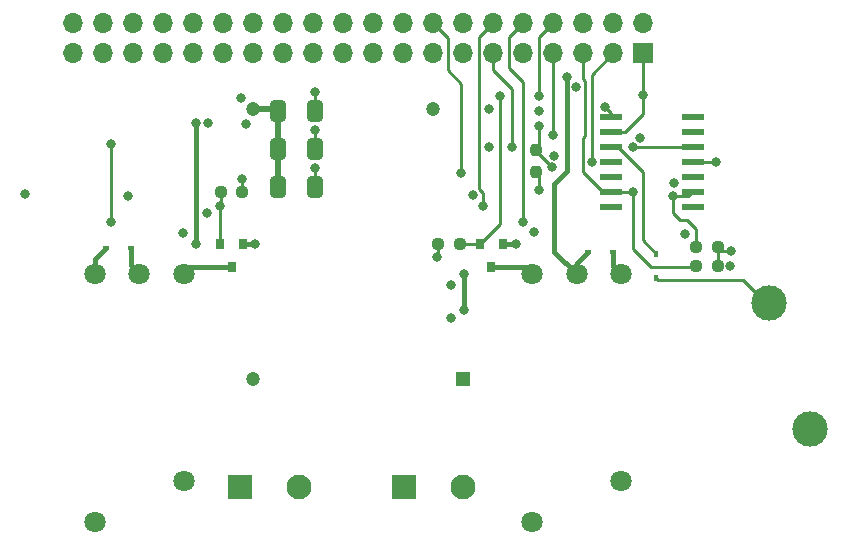
<source format=gbl>
%TF.GenerationSoftware,KiCad,Pcbnew,(6.0.8)*%
%TF.CreationDate,2023-02-20T09:44:42-06:00*%
%TF.ProjectId,PumpTimerV2,50756d70-5469-46d6-9572-56322e6b6963,rev?*%
%TF.SameCoordinates,Original*%
%TF.FileFunction,Copper,L4,Bot*%
%TF.FilePolarity,Positive*%
%FSLAX46Y46*%
G04 Gerber Fmt 4.6, Leading zero omitted, Abs format (unit mm)*
G04 Created by KiCad (PCBNEW (6.0.8)) date 2023-02-20 09:44:42*
%MOMM*%
%LPD*%
G01*
G04 APERTURE LIST*
G04 Aperture macros list*
%AMRoundRect*
0 Rectangle with rounded corners*
0 $1 Rounding radius*
0 $2 $3 $4 $5 $6 $7 $8 $9 X,Y pos of 4 corners*
0 Add a 4 corners polygon primitive as box body*
4,1,4,$2,$3,$4,$5,$6,$7,$8,$9,$2,$3,0*
0 Add four circle primitives for the rounded corners*
1,1,$1+$1,$2,$3*
1,1,$1+$1,$4,$5*
1,1,$1+$1,$6,$7*
1,1,$1+$1,$8,$9*
0 Add four rect primitives between the rounded corners*
20,1,$1+$1,$2,$3,$4,$5,0*
20,1,$1+$1,$4,$5,$6,$7,0*
20,1,$1+$1,$6,$7,$8,$9,0*
20,1,$1+$1,$8,$9,$2,$3,0*%
G04 Aperture macros list end*
%TA.AperFunction,ComponentPad*%
%ADD10C,1.800000*%
%TD*%
%TA.AperFunction,ComponentPad*%
%ADD11C,2.100000*%
%TD*%
%TA.AperFunction,ComponentPad*%
%ADD12R,2.100000X2.100000*%
%TD*%
%TA.AperFunction,ComponentPad*%
%ADD13R,1.200000X1.200000*%
%TD*%
%TA.AperFunction,ComponentPad*%
%ADD14C,1.200000*%
%TD*%
%TA.AperFunction,ComponentPad*%
%ADD15C,3.000000*%
%TD*%
%TA.AperFunction,SMDPad,CuDef*%
%ADD16R,0.600000X0.450000*%
%TD*%
%TA.AperFunction,SMDPad,CuDef*%
%ADD17R,0.800000X0.900000*%
%TD*%
%TA.AperFunction,SMDPad,CuDef*%
%ADD18RoundRect,0.237500X-0.250000X-0.237500X0.250000X-0.237500X0.250000X0.237500X-0.250000X0.237500X0*%
%TD*%
%TA.AperFunction,SMDPad,CuDef*%
%ADD19RoundRect,0.237500X0.250000X0.237500X-0.250000X0.237500X-0.250000X-0.237500X0.250000X-0.237500X0*%
%TD*%
%TA.AperFunction,SMDPad,CuDef*%
%ADD20R,1.970000X0.610000*%
%TD*%
%TA.AperFunction,ComponentPad*%
%ADD21R,1.700000X1.700000*%
%TD*%
%TA.AperFunction,ComponentPad*%
%ADD22O,1.700000X1.700000*%
%TD*%
%TA.AperFunction,SMDPad,CuDef*%
%ADD23RoundRect,0.249997X-0.412503X-0.650003X0.412503X-0.650003X0.412503X0.650003X-0.412503X0.650003X0*%
%TD*%
%TA.AperFunction,SMDPad,CuDef*%
%ADD24RoundRect,0.237500X-0.237500X0.250000X-0.237500X-0.250000X0.237500X-0.250000X0.237500X0.250000X0*%
%TD*%
%TA.AperFunction,SMDPad,CuDef*%
%ADD25R,0.450000X0.600000*%
%TD*%
%TA.AperFunction,SMDPad,CuDef*%
%ADD26RoundRect,0.250000X-0.412500X-0.650000X0.412500X-0.650000X0.412500X0.650000X-0.412500X0.650000X0*%
%TD*%
%TA.AperFunction,ViaPad*%
%ADD27C,0.800000*%
%TD*%
%TA.AperFunction,Conductor*%
%ADD28C,0.250000*%
%TD*%
%TA.AperFunction,Conductor*%
%ADD29C,0.400000*%
%TD*%
%TA.AperFunction,Conductor*%
%ADD30C,0.500000*%
%TD*%
G04 APERTURE END LIST*
D10*
%TO.P,K2,1*%
%TO.N,/Reset*%
X87250000Y-86500000D03*
%TO.P,K2,6*%
%TO.N,/Set*%
X94750000Y-86500000D03*
%TO.P,K2,3*%
%TO.N,/Line2_out*%
X87250000Y-107500000D03*
%TO.P,K2,7*%
%TO.N,+5VD*%
X91000000Y-86500000D03*
%TO.P,K2,5*%
%TO.N,/Line2_in*%
X94750000Y-104000000D03*
%TD*%
%TO.P,K1,1*%
%TO.N,/Reset*%
X50250000Y-86500000D03*
%TO.P,K1,6*%
%TO.N,/Set*%
X57750000Y-86500000D03*
%TO.P,K1,3*%
%TO.N,/Line1_out*%
X50250000Y-107500000D03*
%TO.P,K1,7*%
%TO.N,+5VD*%
X54000000Y-86500000D03*
%TO.P,K1,5*%
%TO.N,/Line1_in*%
X57750000Y-104000000D03*
%TD*%
D11*
%TO.P,J3,2,2*%
%TO.N,/Line2_in*%
X81390000Y-104500000D03*
D12*
%TO.P,J3,1,1*%
%TO.N,/Line2_out*%
X76390000Y-104500000D03*
%TD*%
D11*
%TO.P,J2,2,2*%
%TO.N,/Line1_out*%
X67500000Y-104500000D03*
D12*
%TO.P,J2,1,1*%
%TO.N,/Line1_in*%
X62500000Y-104500000D03*
%TD*%
D13*
%TO.P,PS1,1,VAC_IN(L)*%
%TO.N,/Line2_in*%
X81390000Y-95390000D03*
D14*
%TO.P,PS1,2,-VOUT*%
%TO.N,GND*%
X78850000Y-72530000D03*
%TO.P,PS1,3,+VOUT*%
%TO.N,+5VD*%
X63610000Y-72530000D03*
%TO.P,PS1,4,VAC_IN(N)*%
%TO.N,/Line1_in*%
X63610000Y-95390000D03*
%TD*%
D15*
%TO.P,BT1,NEG,-*%
%TO.N,GND*%
X110800000Y-99600000D03*
%TO.P,BT1,POS,+*%
%TO.N,Net-(BT1-PadPOS)*%
X107300000Y-88900000D03*
%TD*%
D16*
%TO.P,D1,1,A*%
%TO.N,/Reset*%
X51150000Y-84300000D03*
%TO.P,D1,2,K*%
%TO.N,+5VD*%
X53250000Y-84300000D03*
%TD*%
%TO.P,D2,1,A*%
%TO.N,/Set*%
X94050000Y-84600000D03*
%TO.P,D2,2,K*%
%TO.N,+5VD*%
X91950000Y-84600000D03*
%TD*%
D17*
%TO.P,Q1,1,G*%
%TO.N,/RLY_R*%
X82850000Y-83900000D03*
%TO.P,Q1,2,S*%
%TO.N,GND*%
X84750000Y-83900000D03*
%TO.P,Q1,3,D*%
%TO.N,/Reset*%
X83800000Y-85900000D03*
%TD*%
%TO.P,Q2,1,G*%
%TO.N,/RLY_S*%
X60850000Y-83900000D03*
%TO.P,Q2,2,S*%
%TO.N,GND*%
X62750000Y-83900000D03*
%TO.P,Q2,3,D*%
%TO.N,/Set*%
X61800000Y-85900000D03*
%TD*%
D18*
%TO.P,R1,1*%
%TO.N,GND*%
X79287500Y-83900000D03*
%TO.P,R1,2*%
%TO.N,/RLY_R*%
X81112500Y-83900000D03*
%TD*%
D19*
%TO.P,R3,1*%
%TO.N,+3V3*%
X102939300Y-85819200D03*
%TO.P,R3,2*%
%TO.N,/GPIO3(SCL1)*%
X101114300Y-85819200D03*
%TD*%
%TO.P,R4,1*%
%TO.N,+3V3*%
X102939300Y-84193600D03*
%TO.P,R4,2*%
%TO.N,/GPIO2(SDA1)*%
X101114300Y-84193600D03*
%TD*%
D20*
%TO.P,U1,1*%
%TO.N,N/C*%
X93900000Y-80800000D03*
%TO.P,U1,2,SCL*%
%TO.N,/GPIO3(SCL1)*%
X93900000Y-79530000D03*
%TO.P,U1,3,Fout*%
%TO.N,unconnected-(U1-Pad3)*%
X93900000Y-78260000D03*
%TO.P,U1,4*%
%TO.N,N/C*%
X93900000Y-76990000D03*
%TO.P,U1,5,VBAT*%
%TO.N,+BATT*%
X93900000Y-75720000D03*
%TO.P,U1,6,Vdd*%
%TO.N,+3V3*%
X93900000Y-74450000D03*
%TO.P,U1,7,FOE*%
%TO.N,GND*%
X93900000Y-73180000D03*
%TO.P,U1,8*%
%TO.N,N/C*%
X100830000Y-73180000D03*
%TO.P,U1,9*%
X100830000Y-74450000D03*
%TO.P,U1,10,~{INT}*%
%TO.N,/~{RTC_INT}*%
X100830000Y-75720000D03*
%TO.P,U1,11,GND*%
%TO.N,GND*%
X100830000Y-76990000D03*
%TO.P,U1,12*%
%TO.N,N/C*%
X100830000Y-78260000D03*
%TO.P,U1,13,SDA*%
%TO.N,/GPIO2(SDA1)*%
X100830000Y-79530000D03*
%TO.P,U1,14*%
%TO.N,N/C*%
X100830000Y-80800000D03*
%TD*%
D21*
%TO.P,J4,1,Pin_1*%
%TO.N,+3V3*%
X96630000Y-67770000D03*
D22*
%TO.P,J4,2,Pin_2*%
%TO.N,+5VD*%
X96630000Y-65230000D03*
%TO.P,J4,3,Pin_3*%
%TO.N,/GPIO2(SDA1)*%
X94090000Y-67770000D03*
%TO.P,J4,4,Pin_4*%
%TO.N,+5VD*%
X94090000Y-65230000D03*
%TO.P,J4,5,Pin_5*%
%TO.N,/GPIO3(SCL1)*%
X91550000Y-67770000D03*
%TO.P,J4,6,Pin_6*%
%TO.N,GND*%
X91550000Y-65230000D03*
%TO.P,J4,7,Pin_7*%
%TO.N,/GPIO4*%
X89010000Y-67770000D03*
%TO.P,J4,8,Pin_8*%
%TO.N,/RLY_R*%
X89010000Y-65230000D03*
%TO.P,J4,9,Pin_9*%
%TO.N,GND*%
X86470000Y-67770000D03*
%TO.P,J4,10,Pin_10*%
%TO.N,/~{BTN_RDY}*%
X86470000Y-65230000D03*
%TO.P,J4,11,Pin_11*%
%TO.N,/~{RTC_INT}*%
X83930000Y-67770000D03*
%TO.P,J4,12,Pin_12*%
%TO.N,/RLY_S*%
X83930000Y-65230000D03*
%TO.P,J4,13,Pin_13*%
%TO.N,unconnected-(J4-Pad13)*%
X81390000Y-67770000D03*
%TO.P,J4,14,Pin_14*%
%TO.N,GND*%
X81390000Y-65230000D03*
%TO.P,J4,15,Pin_15*%
%TO.N,unconnected-(J4-Pad15)*%
X78850000Y-67770000D03*
%TO.P,J4,16,Pin_16*%
%TO.N,/~{TEMP_ALERT}*%
X78850000Y-65230000D03*
%TO.P,J4,17,Pin_17*%
%TO.N,unconnected-(J4-Pad17)*%
X76310000Y-67770000D03*
%TO.P,J4,18,Pin_18*%
%TO.N,unconnected-(J4-Pad18)*%
X76310000Y-65230000D03*
%TO.P,J4,19,Pin_19*%
%TO.N,unconnected-(J4-Pad19)*%
X73770000Y-67770000D03*
%TO.P,J4,20,Pin_20*%
%TO.N,GND*%
X73770000Y-65230000D03*
%TO.P,J4,21,Pin_21*%
%TO.N,unconnected-(J4-Pad21)*%
X71230000Y-67770000D03*
%TO.P,J4,22,Pin_22*%
%TO.N,unconnected-(J4-Pad22)*%
X71230000Y-65230000D03*
%TO.P,J4,23,Pin_23*%
%TO.N,unconnected-(J4-Pad23)*%
X68690000Y-67770000D03*
%TO.P,J4,24,Pin_24*%
%TO.N,unconnected-(J4-Pad24)*%
X68690000Y-65230000D03*
%TO.P,J4,25,Pin_25*%
%TO.N,unconnected-(J4-Pad25)*%
X66150000Y-67770000D03*
%TO.P,J4,26,Pin_26*%
%TO.N,unconnected-(J4-Pad26)*%
X66150000Y-65230000D03*
%TO.P,J4,27,Pin_27*%
%TO.N,unconnected-(J4-Pad27)*%
X63610000Y-67770000D03*
%TO.P,J4,28,Pin_28*%
%TO.N,unconnected-(J4-Pad28)*%
X63610000Y-65230000D03*
%TO.P,J4,29,Pin_29*%
%TO.N,unconnected-(J4-Pad29)*%
X61070000Y-67770000D03*
%TO.P,J4,30,Pin_30*%
%TO.N,unconnected-(J4-Pad30)*%
X61070000Y-65230000D03*
%TO.P,J4,31,Pin_31*%
%TO.N,unconnected-(J4-Pad31)*%
X58530000Y-67770000D03*
%TO.P,J4,32,Pin_32*%
%TO.N,unconnected-(J4-Pad32)*%
X58530000Y-65230000D03*
%TO.P,J4,33,Pin_33*%
%TO.N,unconnected-(J4-Pad33)*%
X55990000Y-67770000D03*
%TO.P,J4,34,Pin_34*%
%TO.N,unconnected-(J4-Pad34)*%
X55990000Y-65230000D03*
%TO.P,J4,35,Pin_35*%
%TO.N,unconnected-(J4-Pad35)*%
X53450000Y-67770000D03*
%TO.P,J4,36,Pin_36*%
%TO.N,unconnected-(J4-Pad36)*%
X53450000Y-65230000D03*
%TO.P,J4,37,Pin_37*%
%TO.N,unconnected-(J4-Pad37)*%
X50910000Y-67770000D03*
%TO.P,J4,38,Pin_38*%
%TO.N,unconnected-(J4-Pad38)*%
X50910000Y-65230000D03*
%TO.P,J4,39,Pin_39*%
%TO.N,unconnected-(J4-Pad39)*%
X48370000Y-67770000D03*
%TO.P,J4,40,Pin_40*%
%TO.N,unconnected-(J4-Pad40)*%
X48370000Y-65230000D03*
%TD*%
D23*
%TO.P,C1,1*%
%TO.N,+5VD*%
X65737500Y-72700000D03*
%TO.P,C1,2*%
%TO.N,GND*%
X68862500Y-72700000D03*
%TD*%
D19*
%TO.P,R2,1*%
%TO.N,GND*%
X62712500Y-79500000D03*
%TO.P,R2,2*%
%TO.N,/RLY_S*%
X60887500Y-79500000D03*
%TD*%
D24*
%TO.P,R5,1*%
%TO.N,+3V3*%
X87599600Y-75991300D03*
%TO.P,R5,2*%
%TO.N,/~{RTC_INT}*%
X87599600Y-77816300D03*
%TD*%
D25*
%TO.P,D3,1,A*%
%TO.N,Net-(BT1-PadPOS)*%
X97750000Y-86850000D03*
%TO.P,D3,2,K*%
%TO.N,+BATT*%
X97750000Y-84750000D03*
%TD*%
D26*
%TO.P,C3,1*%
%TO.N,+5VD*%
X65737500Y-79100000D03*
%TO.P,C3,2*%
%TO.N,GND*%
X68862500Y-79100000D03*
%TD*%
%TO.P,C2,1*%
%TO.N,+5VD*%
X65737500Y-75900000D03*
%TO.P,C2,2*%
%TO.N,GND*%
X68862500Y-75900000D03*
%TD*%
D27*
%TO.N,/~{TEMP_ALERT}*%
X81224200Y-77919800D03*
%TO.N,GND*%
X89136575Y-76456073D03*
X104033400Y-85793800D03*
X99232800Y-78783400D03*
%TO.N,+3V3*%
X88945800Y-77437200D03*
X104058800Y-84498400D03*
%TO.N,/GPIO2(SDA1)*%
X92273200Y-76954600D03*
%TO.N,+3V3*%
X96630000Y-71327800D03*
%TO.N,/GPIO2(SDA1)*%
X99156600Y-79901000D03*
%TO.N,GND*%
X100172600Y-83126800D03*
%TO.N,/GPIO3(SCL1)*%
X95778400Y-79545400D03*
%TO.N,GND*%
X80400000Y-90200000D03*
X57700000Y-83000000D03*
X62600000Y-71600000D03*
X80400000Y-87400000D03*
X53000000Y-79900000D03*
X68900000Y-77500000D03*
X96413400Y-74922600D03*
X102800000Y-77000000D03*
X59700000Y-81300000D03*
X83600000Y-75750000D03*
X85900000Y-83900000D03*
X68900000Y-71100000D03*
X87800000Y-72700000D03*
X83600000Y-72500000D03*
X63800000Y-83900000D03*
X82200000Y-79800000D03*
X87400000Y-82900000D03*
X68900000Y-74300000D03*
X90999500Y-70649500D03*
X63000000Y-73750000D03*
X62700000Y-78400000D03*
X44300000Y-79700000D03*
X93400000Y-72300000D03*
X79200000Y-85000000D03*
X59800000Y-73700000D03*
%TO.N,+5VD*%
X58800000Y-83900000D03*
X58800000Y-73700000D03*
X90200000Y-69800000D03*
%TO.N,/Set*%
X81500000Y-89500000D03*
X81500000Y-86500000D03*
%TO.N,/~{RTC_INT}*%
X85516800Y-75735400D03*
X87850000Y-79350000D03*
X95780000Y-75720000D03*
%TO.N,/RLY_R*%
X84500000Y-71400000D03*
X87834999Y-71400000D03*
%TO.N,/RLY_S*%
X83050000Y-80750000D03*
X60850000Y-80750000D03*
%TO.N,+3V3*%
X87850000Y-73900000D03*
%TO.N,/~{BTN_RDY}*%
X86470000Y-82100000D03*
X51550000Y-75500000D03*
X51550000Y-82100000D03*
%TO.N,/GPIO4*%
X89010000Y-74690000D03*
%TD*%
D28*
%TO.N,+3V3*%
X104058800Y-84498400D02*
X102964700Y-84498400D01*
X102964700Y-84498400D02*
X102964700Y-85895400D01*
X88945800Y-77433300D02*
X87850000Y-76337500D01*
X88945800Y-77437200D02*
X88945800Y-77433300D01*
X87850000Y-76337500D02*
X87850000Y-73900000D01*
D29*
%TO.N,+5VD*%
X90200000Y-77757800D02*
X90200000Y-69800000D01*
X91000000Y-86500000D02*
X89100000Y-84600000D01*
X89100000Y-84600000D02*
X89100000Y-78857800D01*
X89100000Y-78857800D02*
X90200000Y-77757800D01*
D28*
%TO.N,/~{RTC_INT}*%
X83930000Y-69221000D02*
X83930000Y-67770000D01*
X85516800Y-70807800D02*
X83930000Y-69221000D01*
X85516800Y-75735400D02*
X85516800Y-70807800D01*
%TO.N,/~{TEMP_ALERT}*%
X80106600Y-66486600D02*
X78850000Y-65230000D01*
X80106600Y-69233000D02*
X80106600Y-66486600D01*
X81224200Y-70350600D02*
X80106600Y-69233000D01*
X81224200Y-77919800D02*
X81224200Y-70350600D01*
%TO.N,/GPIO2(SDA1)*%
X99740800Y-81907600D02*
X99156600Y-81323400D01*
X100375800Y-81907600D02*
X99740800Y-81907600D01*
X101114300Y-82646100D02*
X100375800Y-81907600D01*
X99156600Y-81323400D02*
X99156600Y-79901000D01*
X101114300Y-84193600D02*
X101114300Y-82646100D01*
%TO.N,/GPIO3(SCL1)*%
X95778400Y-84371400D02*
X95778400Y-79545400D01*
X97302400Y-85895400D02*
X95778400Y-84371400D01*
X101139700Y-85895400D02*
X97302400Y-85895400D01*
%TO.N,/GPIO2(SDA1)*%
X92273200Y-75583000D02*
X92273200Y-76954600D01*
X92273200Y-69586800D02*
X92273200Y-75583000D01*
X94090000Y-67770000D02*
X92273200Y-69586800D01*
%TO.N,/GPIO3(SCL1)*%
X93220000Y-79530000D02*
X93900000Y-79530000D01*
X91511200Y-74973400D02*
X91511200Y-77821200D01*
X91511200Y-77821200D02*
X93220000Y-79530000D01*
X91728912Y-74755688D02*
X91511200Y-74973400D01*
X91550000Y-67770000D02*
X91550000Y-69983000D01*
X91550000Y-69983000D02*
X91728912Y-70161912D01*
X91728912Y-70161912D02*
X91728912Y-74755688D01*
%TO.N,+3V3*%
X96630000Y-71327800D02*
X96630000Y-67770000D01*
%TO.N,/GPIO2(SDA1)*%
X100459000Y-79901000D02*
X100830000Y-79530000D01*
X99156600Y-79901000D02*
X100459000Y-79901000D01*
%TO.N,/GPIO3(SCL1)*%
X93915400Y-79545400D02*
X93900000Y-79530000D01*
X95778400Y-79545400D02*
X93915400Y-79545400D01*
%TO.N,+3V3*%
X96630000Y-72955000D02*
X96630000Y-71327800D01*
X95135000Y-74450000D02*
X96630000Y-72955000D01*
X93900000Y-74450000D02*
X95135000Y-74450000D01*
%TO.N,GND*%
X93900000Y-72800000D02*
X93400000Y-72300000D01*
X93900000Y-73180000D02*
X93900000Y-72800000D01*
X68900000Y-71100000D02*
X68900000Y-72662500D01*
X68900000Y-77500000D02*
X68900000Y-79062500D01*
X68900000Y-79062500D02*
X68862500Y-79100000D01*
X79287500Y-83900000D02*
X79287500Y-84912500D01*
X102800000Y-77000000D02*
X100840000Y-77000000D01*
X68900000Y-72662500D02*
X68862500Y-72700000D01*
X62712500Y-78412500D02*
X62700000Y-78400000D01*
X62712500Y-79500000D02*
X62712500Y-78412500D01*
X100840000Y-77000000D02*
X100830000Y-76990000D01*
D29*
X62750000Y-83900000D02*
X63800000Y-83900000D01*
X84750000Y-83900000D02*
X85900000Y-83900000D01*
D28*
X68900000Y-74300000D02*
X68900000Y-75862500D01*
X79287500Y-84912500D02*
X79200000Y-85000000D01*
%TO.N,+BATT*%
X94505002Y-75720000D02*
X93900000Y-75720000D01*
X96600000Y-77814998D02*
X96600000Y-83600000D01*
X96600000Y-77814998D02*
X94505002Y-75720000D01*
X96600000Y-83600000D02*
X97750000Y-84750000D01*
D30*
%TO.N,+5VD*%
X63610000Y-72530000D02*
X65567500Y-72530000D01*
D28*
X65567500Y-72530000D02*
X65737500Y-72700000D01*
D30*
X65737500Y-75800000D02*
X65737500Y-72700000D01*
D29*
X91000000Y-85550000D02*
X91950000Y-84600000D01*
D30*
X65737500Y-75900000D02*
X65737500Y-79100000D01*
D29*
X53250000Y-85750000D02*
X54000000Y-86500000D01*
X58800000Y-73700000D02*
X58800000Y-83900000D01*
X91000000Y-86500000D02*
X91000000Y-85550000D01*
X53250000Y-84300000D02*
X53250000Y-85750000D01*
D28*
%TO.N,/Set*%
X58350000Y-85900000D02*
X57750000Y-86500000D01*
D29*
X94050000Y-85800000D02*
X94750000Y-86500000D01*
X81500000Y-86500000D02*
X81500000Y-89500000D01*
X61800000Y-85900000D02*
X58350000Y-85900000D01*
X94050000Y-84600000D02*
X94050000Y-85800000D01*
%TO.N,/Reset*%
X83800000Y-85900000D02*
X86650000Y-85900000D01*
X50250000Y-85200000D02*
X51150000Y-84300000D01*
X50250000Y-86500000D02*
X50250000Y-85200000D01*
D28*
X86650000Y-85900000D02*
X87250000Y-86500000D01*
%TO.N,/~{RTC_INT}*%
X87850000Y-78162500D02*
X87850000Y-79350000D01*
X95780000Y-75720000D02*
X100830000Y-75720000D01*
%TO.N,/RLY_R*%
X84500000Y-71400000D02*
X84500000Y-82250000D01*
X87834999Y-66405001D02*
X89010000Y-65230000D01*
X81112500Y-83900000D02*
X82850000Y-83900000D01*
X87834999Y-71400000D02*
X87834999Y-66405001D01*
X84500000Y-82250000D02*
X82850000Y-83900000D01*
%TO.N,/RLY_S*%
X60887500Y-80712500D02*
X60850000Y-80750000D01*
X83050000Y-79576998D02*
X83050000Y-80750000D01*
X82754999Y-66405001D02*
X82754999Y-79281997D01*
X60850000Y-83900000D02*
X60850000Y-80750000D01*
X82754999Y-79281997D02*
X83050000Y-79576998D01*
X60887500Y-79500000D02*
X60887500Y-80712500D01*
X83930000Y-65230000D02*
X82754999Y-66405001D01*
%TO.N,/~{BTN_RDY}*%
X86470000Y-65230000D02*
X85294999Y-66405001D01*
X85294999Y-69000000D02*
X86470000Y-70175001D01*
X85294999Y-66405001D02*
X85294999Y-69000000D01*
X86470000Y-70175001D02*
X86470000Y-75821999D01*
X86470000Y-75821999D02*
X86470000Y-82100000D01*
X51550000Y-82100000D02*
X51550000Y-75500000D01*
%TO.N,/GPIO4*%
X89010000Y-67770000D02*
X89010000Y-74690000D01*
%TO.N,Net-(BT1-PadPOS)*%
X105100000Y-87000000D02*
X97900000Y-87000000D01*
X97900000Y-87000000D02*
X97750000Y-86850000D01*
X107300000Y-89200000D02*
X105100000Y-87000000D01*
%TD*%
M02*

</source>
